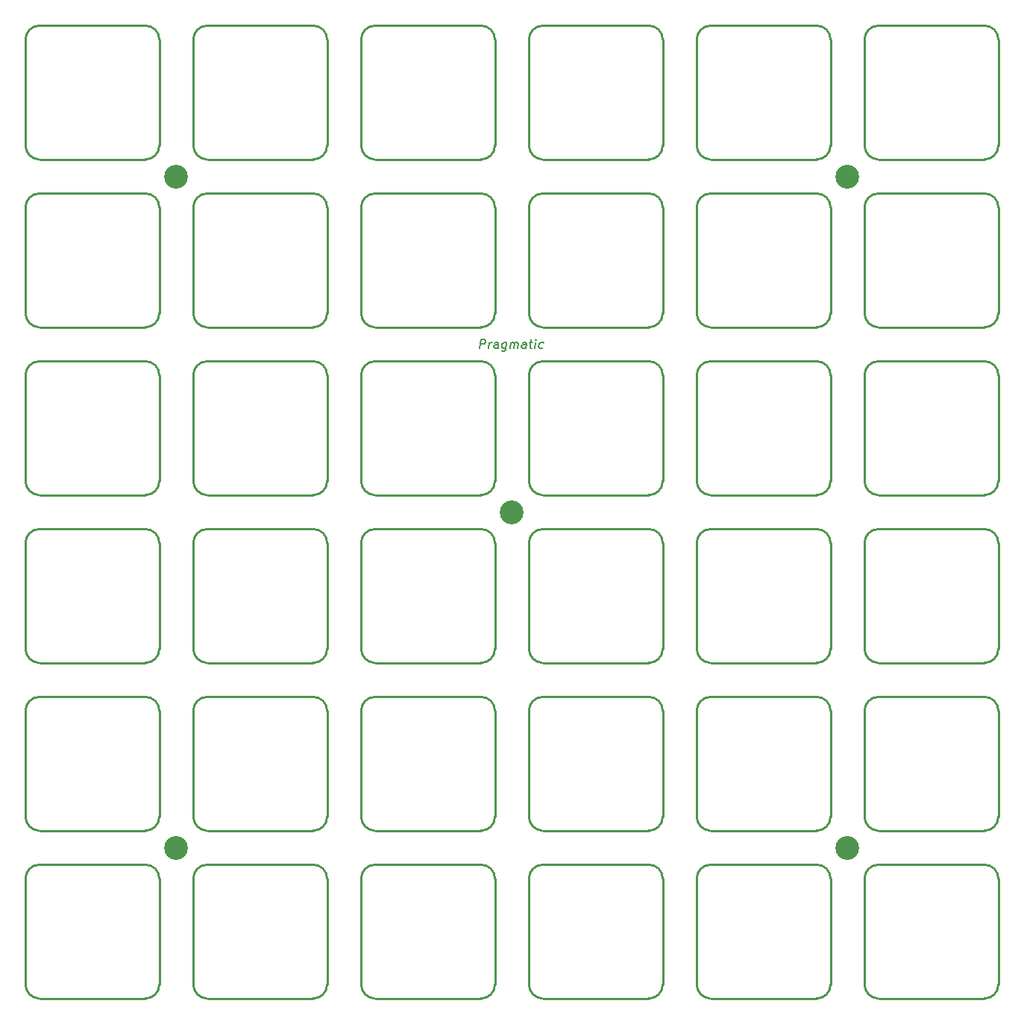
<source format=gts>
%TF.GenerationSoftware,KiCad,Pcbnew,(6.0.1-0)*%
%TF.CreationDate,2022-02-11T11:51:23+08:00*%
%TF.ProjectId,Plate,506c6174-652e-46b6-9963-61645f706362,rev?*%
%TF.SameCoordinates,Original*%
%TF.FileFunction,Soldermask,Top*%
%TF.FilePolarity,Negative*%
%FSLAX46Y46*%
G04 Gerber Fmt 4.6, Leading zero omitted, Abs format (unit mm)*
G04 Created by KiCad (PCBNEW (6.0.1-0)) date 2022-02-11 11:51:23*
%MOMM*%
%LPD*%
G01*
G04 APERTURE LIST*
%ADD10C,0.150000*%
%ADD11C,0.254000*%
%ADD12C,2.700000*%
G04 APERTURE END LIST*
D10*
X75732708Y-60777380D02*
X75857708Y-59777380D01*
X76238660Y-59777380D01*
X76327946Y-59825000D01*
X76369613Y-59872619D01*
X76405327Y-59967857D01*
X76387470Y-60110714D01*
X76327946Y-60205952D01*
X76274375Y-60253571D01*
X76173184Y-60301190D01*
X75792232Y-60301190D01*
X76732708Y-60777380D02*
X76816041Y-60110714D01*
X76792232Y-60301190D02*
X76851755Y-60205952D01*
X76905327Y-60158333D01*
X77006517Y-60110714D01*
X77101755Y-60110714D01*
X77780327Y-60777380D02*
X77845803Y-60253571D01*
X77810089Y-60158333D01*
X77720803Y-60110714D01*
X77530327Y-60110714D01*
X77429136Y-60158333D01*
X77786279Y-60729761D02*
X77685089Y-60777380D01*
X77446994Y-60777380D01*
X77357708Y-60729761D01*
X77321994Y-60634523D01*
X77333898Y-60539285D01*
X77393422Y-60444047D01*
X77494613Y-60396428D01*
X77732708Y-60396428D01*
X77833898Y-60348809D01*
X78768422Y-60110714D02*
X78667232Y-60920238D01*
X78607708Y-61015476D01*
X78554136Y-61063095D01*
X78452946Y-61110714D01*
X78310089Y-61110714D01*
X78220803Y-61063095D01*
X78691041Y-60729761D02*
X78589851Y-60777380D01*
X78399375Y-60777380D01*
X78310089Y-60729761D01*
X78268422Y-60682142D01*
X78232708Y-60586904D01*
X78268422Y-60301190D01*
X78327946Y-60205952D01*
X78381517Y-60158333D01*
X78482708Y-60110714D01*
X78673184Y-60110714D01*
X78762470Y-60158333D01*
X79161279Y-60777380D02*
X79244613Y-60110714D01*
X79232708Y-60205952D02*
X79286279Y-60158333D01*
X79387470Y-60110714D01*
X79530327Y-60110714D01*
X79619613Y-60158333D01*
X79655327Y-60253571D01*
X79589851Y-60777380D01*
X79655327Y-60253571D02*
X79714851Y-60158333D01*
X79816041Y-60110714D01*
X79958898Y-60110714D01*
X80048184Y-60158333D01*
X80083898Y-60253571D01*
X80018422Y-60777380D01*
X80923184Y-60777380D02*
X80988660Y-60253571D01*
X80952946Y-60158333D01*
X80863660Y-60110714D01*
X80673184Y-60110714D01*
X80571994Y-60158333D01*
X80929136Y-60729761D02*
X80827946Y-60777380D01*
X80589851Y-60777380D01*
X80500565Y-60729761D01*
X80464851Y-60634523D01*
X80476755Y-60539285D01*
X80536279Y-60444047D01*
X80637470Y-60396428D01*
X80875565Y-60396428D01*
X80976755Y-60348809D01*
X81339851Y-60110714D02*
X81720803Y-60110714D01*
X81524375Y-59777380D02*
X81417232Y-60634523D01*
X81452946Y-60729761D01*
X81542232Y-60777380D01*
X81637470Y-60777380D01*
X81970803Y-60777380D02*
X82054136Y-60110714D01*
X82095803Y-59777380D02*
X82042232Y-59825000D01*
X82083898Y-59872619D01*
X82137470Y-59825000D01*
X82095803Y-59777380D01*
X82083898Y-59872619D01*
X82881517Y-60729761D02*
X82780327Y-60777380D01*
X82589851Y-60777380D01*
X82500565Y-60729761D01*
X82458898Y-60682142D01*
X82423184Y-60586904D01*
X82458898Y-60301190D01*
X82518422Y-60205952D01*
X82571994Y-60158333D01*
X82673184Y-60110714D01*
X82863660Y-60110714D01*
X82952946Y-60158333D01*
D11*
%TO.C,REF\u002A\u002A27*%
X82900000Y-115550000D02*
X94900000Y-115550000D01*
X96500000Y-101950000D02*
X96500000Y-113950000D01*
X81300000Y-101950000D02*
X81300000Y-113950000D01*
X82900000Y-100350000D02*
X94900000Y-100350000D01*
X81300000Y-113950000D02*
G75*
G03*
X82900000Y-115550000I1599999J-1D01*
G01*
X82900000Y-100350000D02*
G75*
G03*
X81300000Y-101950000I-1J-1599999D01*
G01*
X96500000Y-101950000D02*
G75*
G03*
X94900000Y-100350000I-1599999J1D01*
G01*
X94900000Y-115550000D02*
G75*
G03*
X96500000Y-113950000I1J1599999D01*
G01*
%TO.C,REF\u002A\u002A19*%
X43200000Y-82900000D02*
X43200000Y-94900000D01*
X44800000Y-81300000D02*
X56800000Y-81300000D01*
X58400000Y-82900000D02*
X58400000Y-94900000D01*
X44800000Y-96500000D02*
X56800000Y-96500000D01*
X58400000Y-82900000D02*
G75*
G03*
X56800000Y-81300000I-1599999J1D01*
G01*
X56800000Y-96500000D02*
G75*
G03*
X58400000Y-94900000I1J1599999D01*
G01*
X43200000Y-94900000D02*
G75*
G03*
X44800000Y-96500000I1599999J-1D01*
G01*
X44800000Y-81300000D02*
G75*
G03*
X43200000Y-82900000I-1J-1599999D01*
G01*
%TO.C,REF\u002A\u002A10*%
X101950000Y-58400000D02*
X113950000Y-58400000D01*
X115550000Y-44800000D02*
X115550000Y-56800000D01*
X100350000Y-44800000D02*
X100350000Y-56800000D01*
X101950000Y-43200000D02*
X113950000Y-43200000D01*
X101950000Y-43200000D02*
G75*
G03*
X100350000Y-44800000I-1J-1599999D01*
G01*
X113950000Y-58400000D02*
G75*
G03*
X115550000Y-56800000I1J1599999D01*
G01*
X100350000Y-56800000D02*
G75*
G03*
X101950000Y-58400000I1599999J-1D01*
G01*
X115550000Y-44800000D02*
G75*
G03*
X113950000Y-43200000I-1599999J1D01*
G01*
%TO.C,REF\u002A\u002A2*%
X77450000Y-25750000D02*
X77450000Y-37750000D01*
X63850000Y-24150000D02*
X75850000Y-24150000D01*
X63850000Y-39350000D02*
X75850000Y-39350000D01*
X62250000Y-25750000D02*
X62250000Y-37750000D01*
X75850000Y-39350000D02*
G75*
G03*
X77450000Y-37750000I1J1599999D01*
G01*
X63850000Y-24150000D02*
G75*
G03*
X62250000Y-25750000I-1J-1599999D01*
G01*
X77450000Y-25750000D02*
G75*
G03*
X75850000Y-24150000I-1599999J1D01*
G01*
X62250000Y-37750000D02*
G75*
G03*
X63850000Y-39350000I1599999J-1D01*
G01*
%TO.C,REF\u002A\u002A3*%
X96500000Y-25750000D02*
X96500000Y-37750000D01*
X82900000Y-39350000D02*
X94900000Y-39350000D01*
X82900000Y-24150000D02*
X94900000Y-24150000D01*
X81300000Y-25750000D02*
X81300000Y-37750000D01*
X94900000Y-39350000D02*
G75*
G03*
X96500000Y-37750000I1J1599999D01*
G01*
X81300000Y-37750000D02*
G75*
G03*
X82900000Y-39350000I1599999J-1D01*
G01*
X96500000Y-25750000D02*
G75*
G03*
X94900000Y-24150000I-1599999J1D01*
G01*
X82900000Y-24150000D02*
G75*
G03*
X81300000Y-25750000I-1J-1599999D01*
G01*
%TO.C,REF\u002A\u002A13*%
X44800000Y-62250000D02*
X56800000Y-62250000D01*
X44800000Y-77450000D02*
X56800000Y-77450000D01*
X58400000Y-63850000D02*
X58400000Y-75850000D01*
X43200000Y-63850000D02*
X43200000Y-75850000D01*
X44800000Y-62250000D02*
G75*
G03*
X43200000Y-63850000I-1J-1599999D01*
G01*
X56800000Y-77450000D02*
G75*
G03*
X58400000Y-75850000I1J1599999D01*
G01*
X58400000Y-63850000D02*
G75*
G03*
X56800000Y-62250000I-1599999J1D01*
G01*
X43200000Y-75850000D02*
G75*
G03*
X44800000Y-77450000I1599999J-1D01*
G01*
%TO.C,REF\u002A\u002A23*%
X119400000Y-82900000D02*
X119400000Y-94900000D01*
X134600000Y-82900000D02*
X134600000Y-94900000D01*
X121000000Y-96500000D02*
X133000000Y-96500000D01*
X121000000Y-81300000D02*
X133000000Y-81300000D01*
X119400000Y-94900000D02*
G75*
G03*
X121000000Y-96500000I1599999J-1D01*
G01*
X121000000Y-81300000D02*
G75*
G03*
X119400000Y-82900000I-1J-1599999D01*
G01*
X134600000Y-82900000D02*
G75*
G03*
X133000000Y-81300000I-1599999J1D01*
G01*
X133000000Y-96500000D02*
G75*
G03*
X134600000Y-94900000I1J1599999D01*
G01*
%TO.C,REF\u002A\u002A6*%
X39350000Y-44800000D02*
X39350000Y-56800000D01*
X24150000Y-44800000D02*
X24150000Y-56800000D01*
X25750000Y-43200000D02*
X37750000Y-43200000D01*
X25750000Y-58400000D02*
X37750000Y-58400000D01*
X24150000Y-56800000D02*
G75*
G03*
X25750000Y-58400000I1599999J-1D01*
G01*
X25750000Y-43200000D02*
G75*
G03*
X24150000Y-44800000I-1J-1599999D01*
G01*
X37750000Y-58400000D02*
G75*
G03*
X39350000Y-56800000I1J1599999D01*
G01*
X39350000Y-44800000D02*
G75*
G03*
X37750000Y-43200000I-1599999J1D01*
G01*
%TO.C,REF\u002A\u002A35*%
X119400000Y-121000000D02*
X119400000Y-133000000D01*
X121000000Y-119400000D02*
X133000000Y-119400000D01*
X121000000Y-134600000D02*
X133000000Y-134600000D01*
X134600000Y-121000000D02*
X134600000Y-133000000D01*
X121000000Y-119400000D02*
G75*
G03*
X119400000Y-121000000I-1J-1599999D01*
G01*
X119400000Y-133000000D02*
G75*
G03*
X121000000Y-134600000I1599999J-1D01*
G01*
X133000000Y-134600000D02*
G75*
G03*
X134600000Y-133000000I1J1599999D01*
G01*
X134600000Y-121000000D02*
G75*
G03*
X133000000Y-119400000I-1599999J1D01*
G01*
%TO.C,REF\u002A\u002A26*%
X63850000Y-115550000D02*
X75850000Y-115550000D01*
X77450000Y-101950000D02*
X77450000Y-113950000D01*
X62250000Y-101950000D02*
X62250000Y-113950000D01*
X63850000Y-100350000D02*
X75850000Y-100350000D01*
X62250000Y-113950000D02*
G75*
G03*
X63850000Y-115550000I1599999J-1D01*
G01*
X75850000Y-115550000D02*
G75*
G03*
X77450000Y-113950000I1J1599999D01*
G01*
X77450000Y-101950000D02*
G75*
G03*
X75850000Y-100350000I-1599999J1D01*
G01*
X63850000Y-100350000D02*
G75*
G03*
X62250000Y-101950000I-1J-1599999D01*
G01*
%TO.C,REF\u002A\u002A22*%
X115550000Y-82900000D02*
X115550000Y-94900000D01*
X101950000Y-81300000D02*
X113950000Y-81300000D01*
X101950000Y-96500000D02*
X113950000Y-96500000D01*
X100350000Y-82900000D02*
X100350000Y-94900000D01*
X101950000Y-81300000D02*
G75*
G03*
X100350000Y-82900000I-1J-1599999D01*
G01*
X115550000Y-82900000D02*
G75*
G03*
X113950000Y-81300000I-1599999J1D01*
G01*
X100350000Y-94900000D02*
G75*
G03*
X101950000Y-96500000I1599999J-1D01*
G01*
X113950000Y-96500000D02*
G75*
G03*
X115550000Y-94900000I1J1599999D01*
G01*
%TO.C,REF\u002A\u002A31*%
X44800000Y-134600000D02*
X56800000Y-134600000D01*
X43200000Y-121000000D02*
X43200000Y-133000000D01*
X44800000Y-119400000D02*
X56800000Y-119400000D01*
X58400000Y-121000000D02*
X58400000Y-133000000D01*
X43200000Y-133000000D02*
G75*
G03*
X44800000Y-134600000I1599999J-1D01*
G01*
X58400000Y-121000000D02*
G75*
G03*
X56800000Y-119400000I-1599999J1D01*
G01*
X44800000Y-119400000D02*
G75*
G03*
X43200000Y-121000000I-1J-1599999D01*
G01*
X56800000Y-134600000D02*
G75*
G03*
X58400000Y-133000000I1J1599999D01*
G01*
%TO.C,REF\u002A\u002A17*%
X134600000Y-63850000D02*
X134600000Y-75850000D01*
X121000000Y-62250000D02*
X133000000Y-62250000D01*
X119400000Y-63850000D02*
X119400000Y-75850000D01*
X121000000Y-77450000D02*
X133000000Y-77450000D01*
X119400000Y-75850000D02*
G75*
G03*
X121000000Y-77450000I1599999J-1D01*
G01*
X121000000Y-62250000D02*
G75*
G03*
X119400000Y-63850000I-1J-1599999D01*
G01*
X133000000Y-77450000D02*
G75*
G03*
X134600000Y-75850000I1J1599999D01*
G01*
X134600000Y-63850000D02*
G75*
G03*
X133000000Y-62250000I-1599999J1D01*
G01*
%TO.C,REF\u002A\u002A28*%
X101950000Y-100350000D02*
X113950000Y-100350000D01*
X115550000Y-101950000D02*
X115550000Y-113950000D01*
X101950000Y-115550000D02*
X113950000Y-115550000D01*
X100350000Y-101950000D02*
X100350000Y-113950000D01*
X100350000Y-113950000D02*
G75*
G03*
X101950000Y-115550000I1599999J-1D01*
G01*
X115550000Y-101950000D02*
G75*
G03*
X113950000Y-100350000I-1599999J1D01*
G01*
X113950000Y-115550000D02*
G75*
G03*
X115550000Y-113950000I1J1599999D01*
G01*
X101950000Y-100350000D02*
G75*
G03*
X100350000Y-101950000I-1J-1599999D01*
G01*
%TO.C,REF\u002A\u002A8*%
X63850000Y-58400000D02*
X75850000Y-58400000D01*
X62250000Y-44800000D02*
X62250000Y-56800000D01*
X63850000Y-43200000D02*
X75850000Y-43200000D01*
X77450000Y-44800000D02*
X77450000Y-56800000D01*
X63850000Y-43200000D02*
G75*
G03*
X62250000Y-44800000I-1J-1599999D01*
G01*
X75850000Y-58400000D02*
G75*
G03*
X77450000Y-56800000I1J1599999D01*
G01*
X77450000Y-44800000D02*
G75*
G03*
X75850000Y-43200000I-1599999J1D01*
G01*
X62250000Y-56800000D02*
G75*
G03*
X63850000Y-58400000I1599999J-1D01*
G01*
%TO.C,REF\u002A\u002A4*%
X115550000Y-25750000D02*
X115550000Y-37750000D01*
X101950000Y-39350000D02*
X113950000Y-39350000D01*
X101950000Y-24150000D02*
X113950000Y-24150000D01*
X100350000Y-25750000D02*
X100350000Y-37750000D01*
X101950000Y-24150000D02*
G75*
G03*
X100350000Y-25750000I-1J-1599999D01*
G01*
X113950000Y-39350000D02*
G75*
G03*
X115550000Y-37750000I1J1599999D01*
G01*
X100350000Y-37750000D02*
G75*
G03*
X101950000Y-39350000I1599999J-1D01*
G01*
X115550000Y-25750000D02*
G75*
G03*
X113950000Y-24150000I-1599999J1D01*
G01*
%TO.C,REF\u002A\u002A20*%
X62250000Y-82900000D02*
X62250000Y-94900000D01*
X77450000Y-82900000D02*
X77450000Y-94900000D01*
X63850000Y-81300000D02*
X75850000Y-81300000D01*
X63850000Y-96500000D02*
X75850000Y-96500000D01*
X77450000Y-82900000D02*
G75*
G03*
X75850000Y-81300000I-1599999J1D01*
G01*
X62250000Y-94900000D02*
G75*
G03*
X63850000Y-96500000I1599999J-1D01*
G01*
X75850000Y-96500000D02*
G75*
G03*
X77450000Y-94900000I1J1599999D01*
G01*
X63850000Y-81300000D02*
G75*
G03*
X62250000Y-82900000I-1J-1599999D01*
G01*
%TO.C,REF\u002A\u002A33*%
X82900000Y-119400000D02*
X94900000Y-119400000D01*
X81300000Y-121000000D02*
X81300000Y-133000000D01*
X96500000Y-121000000D02*
X96500000Y-133000000D01*
X82900000Y-134600000D02*
X94900000Y-134600000D01*
X94900000Y-134600000D02*
G75*
G03*
X96500000Y-133000000I1J1599999D01*
G01*
X82900000Y-119400000D02*
G75*
G03*
X81300000Y-121000000I-1J-1599999D01*
G01*
X81300000Y-133000000D02*
G75*
G03*
X82900000Y-134600000I1599999J-1D01*
G01*
X96500000Y-121000000D02*
G75*
G03*
X94900000Y-119400000I-1599999J1D01*
G01*
%TO.C,REF\u002A\u002A32*%
X77450000Y-121000000D02*
X77450000Y-133000000D01*
X63850000Y-134600000D02*
X75850000Y-134600000D01*
X62250000Y-121000000D02*
X62250000Y-133000000D01*
X63850000Y-119400000D02*
X75850000Y-119400000D01*
X77450000Y-121000000D02*
G75*
G03*
X75850000Y-119400000I-1599999J1D01*
G01*
X75850000Y-134600000D02*
G75*
G03*
X77450000Y-133000000I1J1599999D01*
G01*
X63850000Y-119400000D02*
G75*
G03*
X62250000Y-121000000I-1J-1599999D01*
G01*
X62250000Y-133000000D02*
G75*
G03*
X63850000Y-134600000I1599999J-1D01*
G01*
%TO.C,REF\u002A\u002A29*%
X121000000Y-115550000D02*
X133000000Y-115550000D01*
X121000000Y-100350000D02*
X133000000Y-100350000D01*
X119400000Y-101950000D02*
X119400000Y-113950000D01*
X134600000Y-101950000D02*
X134600000Y-113950000D01*
X133000000Y-115550000D02*
G75*
G03*
X134600000Y-113950000I1J1599999D01*
G01*
X134600000Y-101950000D02*
G75*
G03*
X133000000Y-100350000I-1599999J1D01*
G01*
X119400000Y-113950000D02*
G75*
G03*
X121000000Y-115550000I1599999J-1D01*
G01*
X121000000Y-100350000D02*
G75*
G03*
X119400000Y-101950000I-1J-1599999D01*
G01*
%TO.C,REF\u002A\u002A34*%
X115550000Y-121000000D02*
X115550000Y-133000000D01*
X101950000Y-119400000D02*
X113950000Y-119400000D01*
X100350000Y-121000000D02*
X100350000Y-133000000D01*
X101950000Y-134600000D02*
X113950000Y-134600000D01*
X101950000Y-119400000D02*
G75*
G03*
X100350000Y-121000000I-1J-1599999D01*
G01*
X115550000Y-121000000D02*
G75*
G03*
X113950000Y-119400000I-1599999J1D01*
G01*
X113950000Y-134600000D02*
G75*
G03*
X115550000Y-133000000I1J1599999D01*
G01*
X100350000Y-133000000D02*
G75*
G03*
X101950000Y-134600000I1599999J-1D01*
G01*
%TO.C,REF\u002A\u002A5*%
X134600000Y-25750000D02*
X134600000Y-37750000D01*
X119400000Y-25750000D02*
X119400000Y-37750000D01*
X121000000Y-24150000D02*
X133000000Y-24150000D01*
X121000000Y-39350000D02*
X133000000Y-39350000D01*
X133000000Y-39350000D02*
G75*
G03*
X134600000Y-37750000I1J1599999D01*
G01*
X119400000Y-37750000D02*
G75*
G03*
X121000000Y-39350000I1599999J-1D01*
G01*
X121000000Y-24150000D02*
G75*
G03*
X119400000Y-25750000I-1J-1599999D01*
G01*
X134600000Y-25750000D02*
G75*
G03*
X133000000Y-24150000I-1599999J1D01*
G01*
%TO.C,REF\u002A\u002A30*%
X24150000Y-121000000D02*
X24150000Y-133000000D01*
X39350000Y-121000000D02*
X39350000Y-133000000D01*
X25750000Y-119400000D02*
X37750000Y-119400000D01*
X25750000Y-134600000D02*
X37750000Y-134600000D01*
X37750000Y-134600000D02*
G75*
G03*
X39350000Y-133000000I1J1599999D01*
G01*
X25750000Y-119400000D02*
G75*
G03*
X24150000Y-121000000I-1J-1599999D01*
G01*
X24150000Y-133000000D02*
G75*
G03*
X25750000Y-134600000I1599999J-1D01*
G01*
X39350000Y-121000000D02*
G75*
G03*
X37750000Y-119400000I-1599999J1D01*
G01*
%TO.C,REF\u002A\u002A16*%
X100350000Y-63850000D02*
X100350000Y-75850000D01*
X115550000Y-63850000D02*
X115550000Y-75850000D01*
X101950000Y-77450000D02*
X113950000Y-77450000D01*
X101950000Y-62250000D02*
X113950000Y-62250000D01*
X100350000Y-75850000D02*
G75*
G03*
X101950000Y-77450000I1599999J-1D01*
G01*
X101950000Y-62250000D02*
G75*
G03*
X100350000Y-63850000I-1J-1599999D01*
G01*
X115550000Y-63850000D02*
G75*
G03*
X113950000Y-62250000I-1599999J1D01*
G01*
X113950000Y-77450000D02*
G75*
G03*
X115550000Y-75850000I1J1599999D01*
G01*
%TO.C,REF\u002A\u002A12*%
X25750000Y-62250000D02*
X37750000Y-62250000D01*
X25750000Y-77450000D02*
X37750000Y-77450000D01*
X24150000Y-63850000D02*
X24150000Y-75850000D01*
X39350000Y-63850000D02*
X39350000Y-75850000D01*
X24150000Y-75850000D02*
G75*
G03*
X25750000Y-77450000I1599999J-1D01*
G01*
X39350000Y-63850000D02*
G75*
G03*
X37750000Y-62250000I-1599999J1D01*
G01*
X37750000Y-77450000D02*
G75*
G03*
X39350000Y-75850000I1J1599999D01*
G01*
X25750000Y-62250000D02*
G75*
G03*
X24150000Y-63850000I-1J-1599999D01*
G01*
%TO.C,REF\u002A\u002A15*%
X81300000Y-63850000D02*
X81300000Y-75850000D01*
X82900000Y-77450000D02*
X94900000Y-77450000D01*
X82900000Y-62250000D02*
X94900000Y-62250000D01*
X96500000Y-63850000D02*
X96500000Y-75850000D01*
X96500000Y-63850000D02*
G75*
G03*
X94900000Y-62250000I-1599999J1D01*
G01*
X81300000Y-75850000D02*
G75*
G03*
X82900000Y-77450000I1599999J-1D01*
G01*
X94900000Y-77450000D02*
G75*
G03*
X96500000Y-75850000I1J1599999D01*
G01*
X82900000Y-62250000D02*
G75*
G03*
X81300000Y-63850000I-1J-1599999D01*
G01*
%TO.C,REF\u002A\u002A11*%
X134600000Y-44800000D02*
X134600000Y-56800000D01*
X121000000Y-58400000D02*
X133000000Y-58400000D01*
X121000000Y-43200000D02*
X133000000Y-43200000D01*
X119400000Y-44800000D02*
X119400000Y-56800000D01*
X134600000Y-44800000D02*
G75*
G03*
X133000000Y-43200000I-1599999J1D01*
G01*
X119400000Y-56800000D02*
G75*
G03*
X121000000Y-58400000I1599999J-1D01*
G01*
X133000000Y-58400000D02*
G75*
G03*
X134600000Y-56800000I1J1599999D01*
G01*
X121000000Y-43200000D02*
G75*
G03*
X119400000Y-44800000I-1J-1599999D01*
G01*
%TO.C,REF\u002A\u002A14*%
X62250000Y-63850000D02*
X62250000Y-75850000D01*
X77450000Y-63850000D02*
X77450000Y-75850000D01*
X63850000Y-62250000D02*
X75850000Y-62250000D01*
X63850000Y-77450000D02*
X75850000Y-77450000D01*
X75850000Y-77450000D02*
G75*
G03*
X77450000Y-75850000I1J1599999D01*
G01*
X62250000Y-75850000D02*
G75*
G03*
X63850000Y-77450000I1599999J-1D01*
G01*
X63850000Y-62250000D02*
G75*
G03*
X62250000Y-63850000I-1J-1599999D01*
G01*
X77450000Y-63850000D02*
G75*
G03*
X75850000Y-62250000I-1599999J1D01*
G01*
%TO.C,REF\u002A\u002A7*%
X43200000Y-44800000D02*
X43200000Y-56800000D01*
X58400000Y-44800000D02*
X58400000Y-56800000D01*
X44800000Y-58400000D02*
X56800000Y-58400000D01*
X44800000Y-43200000D02*
X56800000Y-43200000D01*
X58400000Y-44800000D02*
G75*
G03*
X56800000Y-43200000I-1599999J1D01*
G01*
X44800000Y-43200000D02*
G75*
G03*
X43200000Y-44800000I-1J-1599999D01*
G01*
X43200000Y-56800000D02*
G75*
G03*
X44800000Y-58400000I1599999J-1D01*
G01*
X56800000Y-58400000D02*
G75*
G03*
X58400000Y-56800000I1J1599999D01*
G01*
%TO.C,REF\u002A\u002A21*%
X82900000Y-81300000D02*
X94900000Y-81300000D01*
X96500000Y-82900000D02*
X96500000Y-94900000D01*
X82900000Y-96500000D02*
X94900000Y-96500000D01*
X81300000Y-82900000D02*
X81300000Y-94900000D01*
X82900000Y-81300000D02*
G75*
G03*
X81300000Y-82900000I-1J-1599999D01*
G01*
X81300000Y-94900000D02*
G75*
G03*
X82900000Y-96500000I1599999J-1D01*
G01*
X94900000Y-96500000D02*
G75*
G03*
X96500000Y-94900000I1J1599999D01*
G01*
X96500000Y-82900000D02*
G75*
G03*
X94900000Y-81300000I-1599999J1D01*
G01*
%TO.C,REF\u002A\u002A9*%
X82900000Y-58400000D02*
X94900000Y-58400000D01*
X82900000Y-43200000D02*
X94900000Y-43200000D01*
X96500000Y-44800000D02*
X96500000Y-56800000D01*
X81300000Y-44800000D02*
X81300000Y-56800000D01*
X81300000Y-56800000D02*
G75*
G03*
X82900000Y-58400000I1599999J-1D01*
G01*
X94900000Y-58400000D02*
G75*
G03*
X96500000Y-56800000I1J1599999D01*
G01*
X96500000Y-44800000D02*
G75*
G03*
X94900000Y-43200000I-1599999J1D01*
G01*
X82900000Y-43200000D02*
G75*
G03*
X81300000Y-44800000I-1J-1599999D01*
G01*
%TO.C,REF\u002A\u002A1*%
X44800000Y-24150000D02*
X56800000Y-24150000D01*
X44800000Y-39350000D02*
X56800000Y-39350000D01*
X43200000Y-25750000D02*
X43200000Y-37750000D01*
X58400000Y-25750000D02*
X58400000Y-37750000D01*
X44800000Y-24150000D02*
G75*
G03*
X43200000Y-25750000I-1J-1599999D01*
G01*
X43200000Y-37750000D02*
G75*
G03*
X44800000Y-39350000I1599999J-1D01*
G01*
X58400000Y-25750000D02*
G75*
G03*
X56800000Y-24150000I-1599999J1D01*
G01*
X56800000Y-39350000D02*
G75*
G03*
X58400000Y-37750000I1J1599999D01*
G01*
%TO.C,REF\u002A\u002A*%
X25750000Y-39350000D02*
X37750000Y-39350000D01*
X25750000Y-24150000D02*
X37750000Y-24150000D01*
X39350000Y-25750000D02*
X39350000Y-37750000D01*
X24150000Y-25750000D02*
X24150000Y-37750000D01*
X39350000Y-25750000D02*
G75*
G03*
X37750000Y-24150000I-1599999J1D01*
G01*
X24150000Y-37750000D02*
G75*
G03*
X25750000Y-39350000I1599999J-1D01*
G01*
X37750000Y-39350000D02*
G75*
G03*
X39350000Y-37750000I1J1599999D01*
G01*
X25750000Y-24150000D02*
G75*
G03*
X24150000Y-25750000I-1J-1599999D01*
G01*
%TO.C,REF\u002A\u002A18*%
X39350000Y-82900000D02*
X39350000Y-94900000D01*
X25750000Y-81300000D02*
X37750000Y-81300000D01*
X24150000Y-82900000D02*
X24150000Y-94900000D01*
X25750000Y-96500000D02*
X37750000Y-96500000D01*
X24150000Y-94900000D02*
G75*
G03*
X25750000Y-96500000I1599999J-1D01*
G01*
X37750000Y-96500000D02*
G75*
G03*
X39350000Y-94900000I1J1599999D01*
G01*
X39350000Y-82900000D02*
G75*
G03*
X37750000Y-81300000I-1599999J1D01*
G01*
X25750000Y-81300000D02*
G75*
G03*
X24150000Y-82900000I-1J-1599999D01*
G01*
%TO.C,REF\u002A\u002A24*%
X24150000Y-101950000D02*
X24150000Y-113950000D01*
X25750000Y-100350000D02*
X37750000Y-100350000D01*
X39350000Y-101950000D02*
X39350000Y-113950000D01*
X25750000Y-115550000D02*
X37750000Y-115550000D01*
X25750000Y-100350000D02*
G75*
G03*
X24150000Y-101950000I-1J-1599999D01*
G01*
X39350000Y-101950000D02*
G75*
G03*
X37750000Y-100350000I-1599999J1D01*
G01*
X37750000Y-115550000D02*
G75*
G03*
X39350000Y-113950000I1J1599999D01*
G01*
X24150000Y-113950000D02*
G75*
G03*
X25750000Y-115550000I1599999J-1D01*
G01*
%TO.C,REF\u002A\u002A25*%
X58400000Y-101950000D02*
X58400000Y-113950000D01*
X43200000Y-101950000D02*
X43200000Y-113950000D01*
X44800000Y-100350000D02*
X56800000Y-100350000D01*
X44800000Y-115550000D02*
X56800000Y-115550000D01*
X43200000Y-113950000D02*
G75*
G03*
X44800000Y-115550000I1599999J-1D01*
G01*
X58400000Y-101950000D02*
G75*
G03*
X56800000Y-100350000I-1599999J1D01*
G01*
X56800000Y-115550000D02*
G75*
G03*
X58400000Y-113950000I1J1599999D01*
G01*
X44800000Y-100350000D02*
G75*
G03*
X43200000Y-101950000I-1J-1599999D01*
G01*
%TD*%
D12*
%TO.C,REF\u002A\u002A*%
X117475000Y-117475000D03*
%TD*%
%TO.C,REF\u002A\u002A*%
X41275000Y-41275000D03*
%TD*%
%TO.C,REF\u002A\u002A*%
X79375000Y-79375000D03*
%TD*%
%TO.C,REF\u002A\u002A*%
X117475000Y-41275000D03*
%TD*%
%TO.C,REF\u002A\u002A*%
X41275000Y-117475000D03*
%TD*%
M02*

</source>
